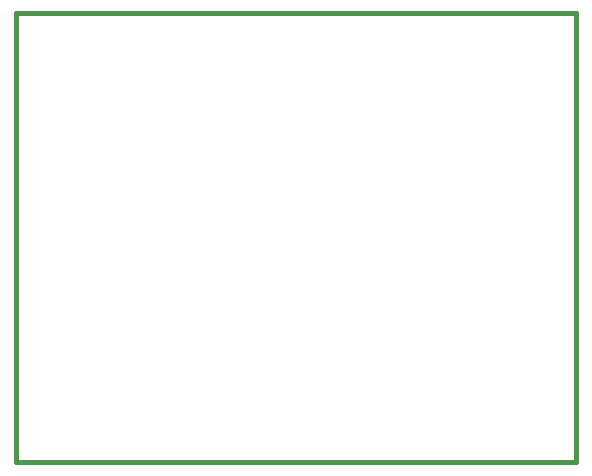
<source format=gbr>
G04 (created by PCBNEW-RS274X (2010-00-09 BZR 23xx)-stable) date Sun 16 Oct 2011 03:03:08 PM EDT*
G01*
G70*
G90*
%MOIN*%
G04 Gerber Fmt 3.4, Leading zero omitted, Abs format*
%FSLAX34Y34*%
G04 APERTURE LIST*
%ADD10C,0.006000*%
%ADD11C,0.015000*%
G04 APERTURE END LIST*
G54D10*
G54D11*
X25260Y-21640D02*
X25270Y-21640D01*
X25260Y-36610D02*
X25260Y-21640D01*
X43910Y-36610D02*
X25260Y-36610D01*
X43910Y-21630D02*
X43910Y-36610D01*
X25280Y-21630D02*
X43910Y-21630D01*
M02*

</source>
